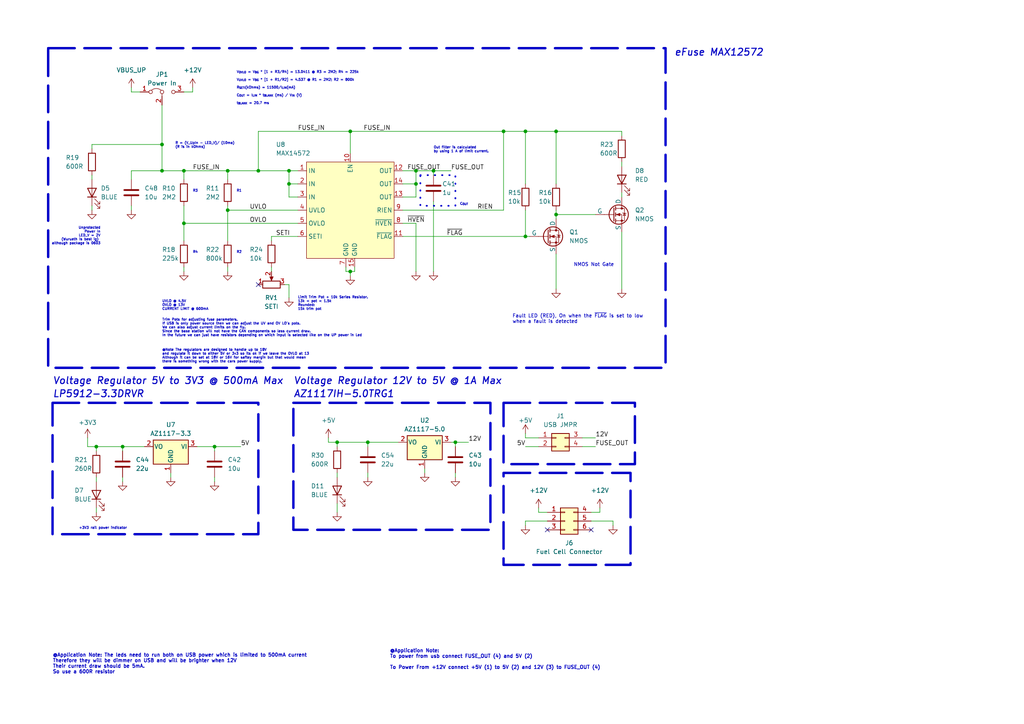
<source format=kicad_sch>
(kicad_sch (version 20230121) (generator eeschema)
  (paper "A4")
  (lib_symbols
    (symbol "Connector_Generic:Conn_02x02_Top_Bottom" (pin_names (offset 1.016) hide)
      (property "Reference" "J" (at 1.27 2.54 0))
      (property "Value" "Conn_02x02_Top_Bottom" (at 1.27 -5.08 0))
      (symbol "Conn_02x02_Top_Bottom_1_1"
        (rectangle (start -1.27 -2.413) (end 0 -2.667) (stroke (width 0.1524)))
        (rectangle (start -1.27 0.127) (end 0 -0.127) (stroke (width 0.1524)))
        (rectangle (start -1.27 1.27) (end 3.81 -3.81) (stroke (width 0.254)) (fill (type background)))
        (rectangle (start 3.81 -2.413) (end 2.54 -2.667) (stroke (width 0.1524)))
        (rectangle (start 3.81 0.127) (end 2.54 -0.127) (stroke (width 0.1524)))
        (pin passive line (at -5.08 0 0) (length 3.81) (name "Pin_1") (number "1"))
        (pin passive line (at -5.08 -2.54 0) (length 3.81) (name "Pin_2") (number "2"))
        (pin passive line (at 7.62 0 180) (length 3.81) (name "Pin_3") (number "3"))
        (pin passive line (at 7.62 -2.54 180) (length 3.81) (name "Pin_4") (number "4"))
      )
    )
    (symbol "Connector_Generic:Conn_02x03_Top_Bottom" (pin_names (offset 1.016) hide)
      (property "Reference" "J" (at 1.27 5.08 0))
      (property "Value" "Conn_02x03_Top_Bottom" (at 1.27 -5.08 0))
      (symbol "Conn_02x03_Top_Bottom_1_1"
        (rectangle (start -1.27 -2.413) (end 0 -2.667) (stroke (width 0.1524)))
        (rectangle (start -1.27 0.127) (end 0 -0.127) (stroke (width 0.1524)))
        (rectangle (start -1.27 2.667) (end 0 2.413) (stroke (width 0.1524)))
        (rectangle (start -1.27 3.81) (end 3.81 -3.81) (stroke (width 0.254)) (fill (type background)))
        (rectangle (start 3.81 -2.413) (end 2.54 -2.667) (stroke (width 0.1524)))
        (rectangle (start 3.81 0.127) (end 2.54 -0.127) (stroke (width 0.1524)))
        (rectangle (start 3.81 2.667) (end 2.54 2.413) (stroke (width 0.1524)))
        (pin passive line (at -5.08 2.54 0) (length 3.81) (name "Pin_1") (number "1"))
        (pin passive line (at -5.08 0 0) (length 3.81) (name "Pin_2") (number "2"))
        (pin passive line (at -5.08 -2.54 0) (length 3.81) (name "Pin_3") (number "3"))
        (pin passive line (at 7.62 2.54 180) (length 3.81) (name "Pin_4") (number "4"))
        (pin passive line (at 7.62 0 180) (length 3.81) (name "Pin_5") (number "5"))
        (pin passive line (at 7.62 -2.54 180) (length 3.81) (name "Pin_6") (number "6"))
      )
    )
    (symbol "Device:C" (pin_numbers hide) (pin_names (offset 0.254))
      (property "Reference" "C" (at 0.635 2.54 0))
      (property "Value" "C" (at 0.635 -2.54 0))
      (symbol "C_0_1"
        (polyline (pts (xy -2.032 -0.762) (xy 2.032 -0.762)) (stroke (width 0.508)))
        (polyline (pts (xy -2.032 0.762) (xy 2.032 0.762)) (stroke (width 0.508)))
      )
      (symbol "C_1_1"
        (pin passive line (at 0 3.81 270) (length 2.794) (name "~") (number "1"))
        (pin passive line (at 0 -3.81 90) (length 2.794) (name "~") (number "2"))
      )
    )
    (symbol "Device:LED" (pin_numbers hide) (pin_names (offset 1.016) hide)
      (property "Reference" "D" (at 0 2.54 0))
      (property "Value" "LED" (at 0 -2.54 0))
      (symbol "LED_0_1"
        (polyline (pts (xy -1.27 -1.27) (xy -1.27 1.27)) (stroke (width 0.254)))
        (polyline (pts (xy -1.27 0) (xy 1.27 0)))
        (polyline (pts (xy 1.27 -1.27) (xy 1.27 1.27) (xy -1.27 0) (xy 1.27 -1.27)) (stroke (width 0.254)))
        (polyline (pts (xy -3.048 -0.762) (xy -4.572 -2.286) (xy -3.81 -2.286) (xy -4.572 -2.286) (xy -4.572 -1.524)))
        (polyline (pts (xy -1.778 -0.762) (xy -3.302 -2.286) (xy -2.54 -2.286) (xy -3.302 -2.286) (xy -3.302 -1.524)))
      )
      (symbol "LED_1_1"
        (pin passive line (at -3.81 0 0) (length 2.54) (name "K") (number "1"))
        (pin passive line (at 3.81 0 180) (length 2.54) (name "A") (number "2"))
      )
    )
    (symbol "Device:R" (pin_numbers hide) (pin_names (offset 0))
      (property "Reference" "R" (at 2.032 0 90))
      (property "Value" "R" (at 0 0 90))
      (symbol "R_0_1"
        (rectangle (start -1.016 -2.54) (end 1.016 2.54) (stroke (width 0.254)))
      )
      (symbol "R_1_1"
        (pin passive line (at 0 3.81 270) (length 1.27) (name "~") (number "1"))
        (pin passive line (at 0 -3.81 90) (length 1.27) (name "~") (number "2"))
      )
    )
    (symbol "Device:R_Potentiometer" (pin_names (offset 1.016) hide)
      (property "Reference" "RV" (at -4.445 0 90))
      (property "Value" "R_Potentiometer" (at -2.54 0 90))
      (symbol "R_Potentiometer_0_1"
        (polyline (pts (xy 2.54 0) (xy 1.524 0)))
        (polyline (pts (xy 1.143 0) (xy 2.286 0.508) (xy 2.286 -0.508) (xy 1.143 0)) (fill (type outline)))
        (rectangle (start 1.016 2.54) (end -1.016 -2.54) (stroke (width 0.254)))
      )
      (symbol "R_Potentiometer_1_1"
        (pin passive line (at 0 3.81 270) (length 1.27) (name "1") (number "1"))
        (pin passive line (at 3.81 0 180) (length 1.27) (name "2") (number "2"))
        (pin passive line (at 0 -3.81 90) (length 1.27) (name "3") (number "3"))
      )
    )
    (symbol "Jumper:Jumper_3_Bridged12" (pin_names (offset 0) hide)
      (property "Reference" "JP" (at -2.54 -2.54 0))
      (property "Value" "Jumper_3_Bridged12" (at 0 2.794 0))
      (symbol "Jumper_3_Bridged12_0_0"
        (circle (center -3.302 0) (radius 0.508))
        (circle (center 0 0) (radius 0.508))
        (circle (center 3.302 0) (radius 0.508))
      )
      (symbol "Jumper_3_Bridged12_0_1"
        (arc (start -0.254 0.508) (mid -1.651 0.9912) (end -3.048 0.508))
        (polyline (pts (xy 0 -1.27) (xy 0 -0.508)))
      )
      (symbol "Jumper_3_Bridged12_1_1"
        (pin passive line (at -6.35 0 0) (length 2.54) (name "A") (number "1"))
        (pin passive line (at 0 -3.81 90) (length 2.54) (name "C") (number "2"))
        (pin passive line (at 6.35 0 180) (length 2.54) (name "B") (number "3"))
      )
    )
    (symbol "RF_Parts:+12V_UP" (power) (pin_names (offset 0))
      (property "Value" "+12V_UP" (at 0 3.556 0))
      (symbol "+12V_UP_0_1"
        (polyline (pts (xy -0.762 1.27) (xy 0 2.54)))
        (polyline (pts (xy 0 0) (xy 0 2.54)))
        (polyline (pts (xy 0 2.54) (xy 0.762 1.27)))
      )
      (symbol "+12V_UP_1_1"
        (pin power_in line (at 0 0 90) (length 0) hide (name "+12V") (number "1"))
      )
    )
    (symbol "RF_Parts:MAX14572"
      (property "Reference" "U8" (at -21.59 17.78 0))
      (property "Value" "MAX14572" (at -21.59 15.24 0))
      (symbol "MAX14572_0_0"
        (pin power_in line (at -15.24 10.16 0) (length 2.54) (name "IN") (number "1"))
        (pin input line (at 0 15.24 270) (length 2.54) (name "EN") (number "10"))
        (pin power_out line (at 15.24 10.16 180) (length 2.54) (name "OUT") (number "12"))
        (pin power_out line (at 15.24 2.54 180) (length 2.54) (name "OUT") (number "13"))
        (pin power_out line (at 15.24 6.35 180) (length 2.54) (name "OUT") (number "14"))
        (pin power_in line (at -15.24 6.35 0) (length 2.54) (name "IN") (number "2"))
        (pin power_in line (at -15.24 2.54 0) (length 2.54) (name "IN") (number "3"))
        (pin input line (at -15.24 -1.27 0) (length 2.54) (name "UVLO") (number "4"))
        (pin input line (at -15.24 -5.08 0) (length 2.54) (name "OVLO") (number "5"))
        (pin input line (at -15.24 -8.89 0) (length 2.54) (name "SETI") (number "6"))
        (pin passive line (at -1.27 -17.78 90) (length 2.54) (name "GND") (number "7"))
        (pin input line (at 15.24 -1.27 180) (length 2.54) (name "RIEN") (number "9"))
      )
      (symbol "MAX14572_1_0"
        (pin output line (at 15.24 -8.89 180) (length 2.54) (name "~{FLAG}") (number "11"))
        (pin output line (at 15.24 -5.08 180) (length 2.54) (name "~{HVEN}") (number "8"))
      )
      (symbol "MAX14572_1_1"
        (rectangle (start -12.7 12.7) (end 12.7 -15.24) (fill (type background)))
        (pin input line (at 1.27 -17.78 90) (length 2.54) (name "GND") (number "15"))
      )
    )
    (symbol "RF_Parts:VBUS_UP" (power) (pin_names (offset 0))
      (property "Value" "VBUS_UP" (at 0 3.556 0))
      (symbol "VBUS_UP_0_1"
        (polyline (pts (xy -0.762 1.27) (xy 0 2.54)))
        (polyline (pts (xy 0 0) (xy 0 2.54)))
        (polyline (pts (xy 0 2.54) (xy 0.762 1.27)))
      )
      (symbol "VBUS_UP_1_1"
        (pin power_in line (at 0 0 90) (length 0) hide (name "VBUS_UP") (number "1"))
      )
    )
    (symbol "Regulator_Linear:AZ1117-3.3" (pin_names (offset 0.254))
      (property "Reference" "U" (at -3.81 3.175 0))
      (property "Value" "AZ1117-3.3" (at 0 3.175 0))
      (symbol "AZ1117-3.3_0_1"
        (rectangle (start -5.08 1.905) (end 5.08 -5.08) (stroke (width 0.254)) (fill (type background)))
      )
      (symbol "AZ1117-3.3_1_1"
        (pin power_in line (at 0 -7.62 90) (length 2.54) (name "GND") (number "1"))
        (pin power_out line (at 7.62 0 180) (length 2.54) (name "VO") (number "2"))
        (pin power_in line (at -7.62 0 0) (length 2.54) (name "VI") (number "3"))
      )
    )
    (symbol "Regulator_Linear:AZ1117-5.0" (pin_names (offset 0.254))
      (property "Reference" "U" (at -3.81 3.175 0))
      (property "Value" "AZ1117-5.0" (at 0 3.175 0))
      (symbol "AZ1117-5.0_0_1"
        (rectangle (start -5.08 1.905) (end 5.08 -5.08) (stroke (width 0.254)) (fill (type background)))
      )
      (symbol "AZ1117-5.0_1_1"
        (pin power_in line (at 0 -7.62 90) (length 2.54) (name "GND") (number "1"))
        (pin power_out line (at 7.62 0 180) (length 2.54) (name "VO") (number "2"))
        (pin power_in line (at -7.62 0 0) (length 2.54) (name "VI") (number "3"))
      )
    )
    (symbol "Simulation_SPICE:NMOS" (pin_numbers hide) (pin_names (offset 0))
      (property "Reference" "Q" (at 5.08 1.27 0))
      (property "Value" "NMOS" (at 5.08 -1.27 0))
      (symbol "NMOS_0_1"
        (polyline (pts (xy 0.254 0) (xy -2.54 0)))
        (polyline (pts (xy 0.254 1.905) (xy 0.254 -1.905)) (stroke (width 0.254)))
        (polyline (pts (xy 0.762 -1.27) (xy 0.762 -2.286)) (stroke (width 0.254)))
        (polyline (pts (xy 0.762 0.508) (xy 0.762 -0.508)) (stroke (width 0.254)))
        (polyline (pts (xy 0.762 2.286) (xy 0.762 1.27)) (stroke (width 0.254)))
        (polyline (pts (xy 2.54 2.54) (xy 2.54 1.778)))
        (polyline (pts (xy 2.54 -2.54) (xy 2.54 0) (xy 0.762 0)))
        (polyline (pts (xy 0.762 -1.778) (xy 3.302 -1.778) (xy 3.302 1.778) (xy 0.762 1.778)))
        (polyline (pts (xy 1.016 0) (xy 2.032 0.381) (xy 2.032 -0.381) (xy 1.016 0)) (fill (type outline)))
        (polyline (pts (xy 2.794 0.508) (xy 2.921 0.381) (xy 3.683 0.381) (xy 3.81 0.254)))
        (polyline (pts (xy 3.302 0.381) (xy 2.921 -0.254) (xy 3.683 -0.254) (xy 3.302 0.381)))
        (circle (center 1.651 0) (radius 2.794) (stroke (width 0.254)))
        (circle (center 2.54 -1.778) (radius 0.254) (fill (type outline)))
        (circle (center 2.54 1.778) (radius 0.254) (fill (type outline)))
      )
      (symbol "NMOS_1_1"
        (pin passive line (at 2.54 5.08 270) (length 2.54) (name "D") (number "1"))
        (pin input line (at -5.08 0 0) (length 2.54) (name "G") (number "2"))
        (pin passive line (at 2.54 -5.08 90) (length 2.54) (name "S") (number "3"))
      )
    )
    (symbol "power:+3V3" (power) (pin_names (offset 0))
      (property "Value" "+3V3" (at 0 3.556 0))
      (symbol "+3V3_0_1"
        (polyline (pts (xy -0.762 1.27) (xy 0 2.54)))
        (polyline (pts (xy 0 0) (xy 0 2.54)))
        (polyline (pts (xy 0 2.54) (xy 0.762 1.27)))
      )
      (symbol "+3V3_1_1"
        (pin power_in line (at 0 0 90) (length 0) hide (name "+3V3") (number "1"))
      )
    )
    (symbol "power:+5V" (power) (pin_names (offset 0))
      (property "Value" "+5V" (at 0 3.556 0))
      (symbol "+5V_0_1"
        (polyline (pts (xy -0.762 1.27) (xy 0 2.54)))
        (polyline (pts (xy 0 0) (xy 0 2.54)))
        (polyline (pts (xy 0 2.54) (xy 0.762 1.27)))
      )
      (symbol "+5V_1_1"
        (pin power_in line (at 0 0 90) (length 0) hide (name "+5V") (number "1"))
      )
    )
    (symbol "power:GND" (power) (pin_names (offset 0))
      (property "Value" "GND" (at 0 -3.81 0))
      (symbol "GND_0_1"
        (polyline (pts (xy 0 0) (xy 0 -1.27) (xy 1.27 -1.27) (xy 0 -2.54) (xy -1.27 -1.27) (xy 0 -1.27)))
      )
      (symbol "GND_1_1"
        (pin power_in line (at 0 0 270) (length 0) hide (name "GND") (number "1"))
      )
    )
  )
  (junction (at 161.29 38.1))
  (junction (at 161.29 62.23))
  (junction (at 66.04 49.53))
  (junction (at 106.68 128.27))
  (junction (at 97.79 128.27))
  (junction (at 152.4 38.1))
  (junction (at 132.08 128.27))
  (junction (at 46.99 41.91))
  (junction (at 146.05 38.1))
  (junction (at 83.82 49.53))
  (junction (at 46.99 49.53))
  (junction (at 120.65 53.34))
  (junction (at 101.6 38.1))
  (junction (at 53.34 49.53))
  (junction (at 125.73 49.53))
  (junction (at 120.65 49.53))
  (junction (at 74.93 49.53))
  (junction (at 101.6 78.74))
  (junction (at 66.04 60.96))
  (junction (at 83.82 53.34))
  (junction (at 53.34 64.77))
  (junction (at 62.23 129.54))
  (junction (at 35.56 129.54))
  (junction (at 152.4 68.58))
  (junction (at 27.94 129.54))
  (no_connect (at 74.93 82.55))
  (no_connect (at 158.75 153.67))
  (no_connect (at 171.45 153.67))
  (wire (pts (xy 180.34 38.1) (xy 180.34 39.37)))
  (wire (pts (xy 116.84 68.58) (xy 152.4 68.58)))
  (wire (pts (xy 120.65 49.53) (xy 120.65 53.34)))
  (wire (pts (xy 82.55 82.55) (xy 83.82 82.55)))
  (wire (pts (xy 132.08 128.27) (xy 132.08 129.54)))
  (wire (pts (xy 83.82 57.15) (xy 83.82 53.34)))
  (wire (pts (xy 86.36 49.53) (xy 83.82 49.53)))
  (wire (pts (xy 66.04 49.53) (xy 74.93 49.53)))
  (wire (pts (xy 26.67 41.91) (xy 26.67 43.18)))
  (wire (pts (xy 53.34 52.07) (xy 53.34 49.53)))
  (wire (pts (xy 116.84 64.77) (xy 120.65 64.77)))
  (wire (pts (xy 158.75 151.13) (xy 152.4 151.13)))
  (wire (pts (xy 38.1 52.07) (xy 38.1 49.53)))
  (wire (pts (xy 146.05 38.1) (xy 146.05 60.96)))
  (wire (pts (xy 27.94 147.32) (xy 27.94 148.59)))
  (wire (pts (xy 156.21 147.32) (xy 156.21 148.59)))
  (wire (pts (xy 120.65 49.53) (xy 116.84 49.53)))
  (wire (pts (xy 27.94 129.54) (xy 35.56 129.54)))
  (wire (pts (xy 86.36 53.34) (xy 83.82 53.34)))
  (wire (pts (xy 83.82 53.34) (xy 83.82 49.53)))
  (wire (pts (xy 161.29 62.23) (xy 172.72 62.23)))
  (wire (pts (xy 180.34 67.31) (xy 180.34 83.82)))
  (wire (pts (xy 156.21 148.59) (xy 158.75 148.59)))
  (wire (pts (xy 120.65 49.53) (xy 125.73 49.53)))
  (wire (pts (xy 180.34 48.26) (xy 180.34 46.99)))
  (wire (pts (xy 53.34 64.77) (xy 53.34 59.69)))
  (wire (pts (xy 46.99 49.53) (xy 53.34 49.53)))
  (wire (pts (xy 152.4 151.13) (xy 152.4 152.4)))
  (wire (pts (xy 180.34 55.88) (xy 180.34 57.15)))
  (wire (pts (xy 152.4 129.54) (xy 156.21 129.54)))
  (wire (pts (xy 25.4 129.54) (xy 25.4 127)))
  (wire (pts (xy 130.81 128.27) (xy 132.08 128.27)))
  (wire (pts (xy 153.67 68.58) (xy 152.4 68.58)))
  (wire (pts (xy 120.65 57.15) (xy 120.65 53.34)))
  (wire (pts (xy 101.6 78.74) (xy 101.6 80.01)))
  (wire (pts (xy 97.79 128.27) (xy 97.79 129.54)))
  (wire (pts (xy 173.99 148.59) (xy 171.45 148.59)))
  (wire (pts (xy 38.1 59.69) (xy 38.1 60.96)))
  (wire (pts (xy 152.4 38.1) (xy 152.4 53.34)))
  (wire (pts (xy 101.6 38.1) (xy 146.05 38.1)))
  (wire (pts (xy 57.15 129.54) (xy 62.23 129.54)))
  (wire (pts (xy 53.34 77.47) (xy 53.34 78.74)))
  (wire (pts (xy 106.68 137.16) (xy 106.68 138.43)))
  (wire (pts (xy 53.34 64.77) (xy 53.34 69.85)))
  (wire (pts (xy 27.94 139.7) (xy 27.94 138.43)))
  (wire (pts (xy 120.65 64.77) (xy 120.65 78.74)))
  (wire (pts (xy 26.67 41.91) (xy 46.99 41.91)))
  (wire (pts (xy 62.23 138.43) (xy 62.23 139.7)))
  (wire (pts (xy 132.08 137.16) (xy 132.08 138.43)))
  (wire (pts (xy 46.99 41.91) (xy 46.99 49.53)))
  (wire (pts (xy 46.99 30.48) (xy 46.99 41.91)))
  (wire (pts (xy 25.4 129.54) (xy 27.94 129.54)))
  (wire (pts (xy 177.8 151.13) (xy 177.8 152.4)))
  (wire (pts (xy 95.25 128.27) (xy 97.79 128.27)))
  (wire (pts (xy 78.74 68.58) (xy 78.74 69.85)))
  (wire (pts (xy 161.29 38.1) (xy 152.4 38.1)))
  (wire (pts (xy 49.53 138.43) (xy 49.53 137.16)))
  (wire (pts (xy 55.88 26.67) (xy 53.34 26.67)))
  (wire (pts (xy 102.87 78.74) (xy 102.87 77.47)))
  (wire (pts (xy 66.04 60.96) (xy 66.04 59.69)))
  (wire (pts (xy 172.72 129.54) (xy 168.91 129.54)))
  (wire (pts (xy 53.34 49.53) (xy 66.04 49.53)))
  (wire (pts (xy 173.99 147.32) (xy 173.99 148.59)))
  (wire (pts (xy 116.84 60.96) (xy 146.05 60.96)))
  (wire (pts (xy 125.73 49.53) (xy 130.81 49.53)))
  (wire (pts (xy 161.29 62.23) (xy 161.29 63.5)))
  (wire (pts (xy 62.23 129.54) (xy 69.85 129.54)))
  (wire (pts (xy 86.36 60.96) (xy 66.04 60.96)))
  (wire (pts (xy 83.82 82.55) (xy 83.82 86.36)))
  (wire (pts (xy 152.4 127) (xy 156.21 127)))
  (wire (pts (xy 35.56 129.54) (xy 41.91 129.54)))
  (wire (pts (xy 97.79 138.43) (xy 97.79 137.16)))
  (wire (pts (xy 35.56 138.43) (xy 35.56 139.7)))
  (wire (pts (xy 100.33 78.74) (xy 100.33 77.47)))
  (wire (pts (xy 152.4 125.73) (xy 152.4 127)))
  (wire (pts (xy 66.04 77.47) (xy 66.04 78.74)))
  (wire (pts (xy 78.74 77.47) (xy 78.74 78.74)))
  (wire (pts (xy 123.19 135.89) (xy 123.19 137.16)))
  (wire (pts (xy 125.73 58.42) (xy 125.73 78.74)))
  (wire (pts (xy 97.79 146.05) (xy 97.79 148.59)))
  (wire (pts (xy 161.29 73.66) (xy 161.29 83.82)))
  (wire (pts (xy 66.04 52.07) (xy 66.04 49.53)))
  (wire (pts (xy 27.94 130.81) (xy 27.94 129.54)))
  (wire (pts (xy 171.45 151.13) (xy 177.8 151.13)))
  (wire (pts (xy 55.88 25.4) (xy 55.88 26.67)))
  (wire (pts (xy 101.6 78.74) (xy 102.87 78.74)))
  (wire (pts (xy 106.68 128.27) (xy 115.57 128.27)))
  (wire (pts (xy 38.1 26.67) (xy 40.64 26.67)))
  (wire (pts (xy 172.72 127) (xy 168.91 127)))
  (wire (pts (xy 26.67 50.8) (xy 26.67 52.07)))
  (wire (pts (xy 78.74 68.58) (xy 86.36 68.58)))
  (wire (pts (xy 86.36 57.15) (xy 83.82 57.15)))
  (wire (pts (xy 74.93 38.1) (xy 101.6 38.1)))
  (wire (pts (xy 95.25 128.27) (xy 95.25 127)))
  (wire (pts (xy 97.79 128.27) (xy 106.68 128.27)))
  (wire (pts (xy 66.04 60.96) (xy 66.04 69.85)))
  (wire (pts (xy 152.4 68.58) (xy 152.4 60.96)))
  (wire (pts (xy 116.84 53.34) (xy 120.65 53.34)))
  (wire (pts (xy 62.23 129.54) (xy 62.23 130.81)))
  (wire (pts (xy 106.68 128.27) (xy 106.68 129.54)))
  (wire (pts (xy 132.08 128.27) (xy 135.89 128.27)))
  (wire (pts (xy 146.05 38.1) (xy 152.4 38.1)))
  (wire (pts (xy 35.56 129.54) (xy 35.56 130.81)))
  (wire (pts (xy 100.33 78.74) (xy 101.6 78.74)))
  (wire (pts (xy 101.6 38.1) (xy 101.6 44.45)))
  (wire (pts (xy 161.29 60.96) (xy 161.29 62.23)))
  (wire (pts (xy 74.93 49.53) (xy 83.82 49.53)))
  (wire (pts (xy 74.93 38.1) (xy 74.93 49.53)))
  (wire (pts (xy 38.1 49.53) (xy 46.99 49.53)))
  (wire (pts (xy 38.1 25.4) (xy 38.1 26.67)))
  (wire (pts (xy 161.29 38.1) (xy 161.29 53.34)))
  (wire (pts (xy 26.67 59.69) (xy 26.67 60.96)))
  (wire (pts (xy 180.34 38.1) (xy 161.29 38.1)))
  (wire (pts (xy 125.73 49.53) (xy 125.73 50.8)))
  (wire (pts (xy 53.34 64.77) (xy 86.36 64.77)))
  (wire (pts (xy 116.84 57.15) (xy 120.65 57.15)))
  (rectangle (start 146.05 116.84) (end 184.15 134.62) (stroke (width 0.7) (type dash)))
  (rectangle (start 146.05 137.16) (end 182.88 163.83) (stroke (width 0.7) (type dash)))
  (rectangle (start 85.09 116.84) (end 142.24 153.67) (stroke (width 0.7) (type dash)))
  (rectangle (start 15.24 116.84) (end 74.93 154.94) (stroke (width 0.7) (type dash)))
  (rectangle (start 121.92 50.8) (end 132.08 59.69) (stroke (width 0.5) (type dot)))
  (rectangle (start 13.97 13.97) (end 193.04 106.68) (stroke (width 0.7) (type dash)))
  (text "Voltage Regulator 5V to 3V3 @ 500mA Max" (at 15.24 111.76 0) (effects (font (size 2 2) (thickness 0.3) bold italic) (justify left bottom)))
  (text "Unprotected\nPower In\nLED_V = 2V\n(Wurueth is best ig) \nalthough package is 0603" (at 29.21 71.12 0) (effects (font (size 0.7 0.7)) (justify right bottom)))
  (text "R3" (at 55.88 55.88 0) (effects (font (size 0.7 0.7)) (justify left bottom)))
  (text "LP5912-3.3DRVR" (at 15.24 115.57 0) (effects (font (size 2 2) (thickness 0.3) bold italic) (justify left bottom)))
  (text "NMOS Not Gate" (at 166.37 77.47 0) (effects (font (size 1 1)) (justify left bottom)))
  (text "R2" (at 68.58 73.66 0) (effects (font (size 0.7 0.7)) (justify left bottom)))
  (text "UVLO @ 4.5V\nOVLO @ 13V\nCURRENT LIMIT @ 600mA\n" (at 46.99 90.17 0) (effects (font (size 0.7 0.7)) (justify left bottom)))
  (text "R4" (at 55.88 73.66 0) (effects (font (size 0.7 0.7)) (justify left bottom)))
  (text "@Application Note: \nTo power from usb connect FUSE_OUT (4) and 5V (2)\n\nTo Power From +12V connect +5V (1) to 5V (2) and 12V (3) to FUSE_OUT (4)" (at 113.03 194.31 0) (effects (font (size 1 1) (thickness 0.2) bold) (justify left bottom)))
  (text "V_{OVLO} = V_{BG} * [1 + R3/R4] = 13.0411 @ R3 = 2M2; R4 = 225k\n\nV_{UVLO} = V_{BG} * [1 + R1/R2] = 4.537 @ R1 = 2M2; R2 = 800k\n\nR_{SETI}(kOhms) = 11500/I_{LIM}(mA)\n\nC_{OUT} = I_{LIM} * t_{BLANK} (ms) / V_{IN} (V)\n\nt_{BLANK} = 20.7 ms\n" (at 68.58 30.48 0) (effects (font (size 0.7 0.7)) (justify left bottom)))
  (text "@Note The regulators are designed to handle up to 18V \nand regulate it down to either 5V or 3v3 so its ok if we leave the OVLO at 13\nAlthough it can be set at 18V or 16V for saftey margin but that would mean \nthere is something wrong with the cars power supply." (at 46.99 105.41 0) (effects (font (size 0.7 0.7)) (justify left bottom)))
  (text "Fault LED (RED), On when the ~{FLAG} is set to low \nwhen a fault is detected\n" (at 148.59 93.98 0) (effects (font (size 1 1)) (justify left bottom)))
  (text "AZ1117IH-5.0TRG1" (at 85.09 115.57 0) (effects (font (size 2 2) (thickness 0.3) bold italic) (justify left bottom)))
  (text "Trim Pots for adjusting fuse parameters.\nIf USB is only power source then we can adjust the UV and OV LO's pots.\nWe can also adjust current limits on the fly.\nSince the base station will not have the CAN components so less current draw.\nIn the future we can just have resistors depending on which input is selected like on the UP power in Led\n" (at 46.99 97.79 0) (effects (font (size 0.7 0.7)) (justify left bottom)))
  (text "C_{OUT}" (at 133.35 59.69 0) (effects (font (size 0.7 0.7)) (justify left bottom)))
  (text "R1" (at 68.58 55.88 0) (effects (font (size 0.7 0.7)) (justify left bottom)))
  (text "Voltage Regulator 12V to 5V @ 1A Max" (at 85.09 111.76 0) (effects (font (size 2 2) (thickness 0.3) bold italic) (justify left bottom)))
  (text "@Application Note: The leds need to run both on USB power which is limited to 500mA current\nTherefore they will be dimmer on USB and will be brighter when 12V\nTheir current draw should be 5mA.\nSo use a 600R resistor\n" (at 15.24 195.58 0) (effects (font (size 1 1) (thickness 0.2) bold) (justify left bottom)))
  (text "+3V3 rail power indicator" (at 22.86 153.67 0) (effects (font (size 0.7 0.7)) (justify left bottom)))
  (text "eFuse MAX12572\n" (at 195.58 16.51 0) (effects (font (size 2 2) (thickness 0.3) bold italic) (justify left bottom)))
  (text "Out filter is calculated\nby using 1 A of limit current." (at 125.73 44.45 0) (effects (font (size 0.7 0.7)) (justify left bottom)))
  (text "Limit Trim Pot + 10k Series Resistor.\n13k < pot < 1.5k\nRounded:\n15k trim pot" (at 86.36 90.17 0) (effects (font (size 0.7 0.7)) (justify left bottom)))
  (text "R = (V_UpIn - LED_V)/ (10ma)\n(R is in kOhms)" (at 50.8 43.18 0) (effects (font (size 0.7 0.7)) (justify left bottom)))
  (label "FUSE_IN" (at 55.88 49.53 0))
  (label "5V" (at 69.85 129.54 0))
  (label "12V" (at 135.89 128.27 0))
  (label "UVLO" (at 72.39 60.96 0))
  (label "FUSE_IN" (at 86.36 38.1 0))
  (label "~{FLAG}" (at 129.54 68.58 0))
  (label "~{HVEN}" (at 118.11 64.77 0))
  (label "SETI" (at 80.01 68.58 0))
  (label "OVLO" (at 72.39 64.77 0))
  (label "FUSE_IN" (at 105.41 38.1 0))
  (label "12V" (at 172.72 127 0))
  (label "FUSE_OUT" (at 130.81 49.53 0))
  (label "FUSE_OUT" (at 118.11 49.53 0))
  (label "5V" (at 152.4 129.54 180))
  (label "FUSE_OUT" (at 172.72 129.54 0))
  (label "RIEN" (at 138.43 60.96 0))
  (symbol (lib_id "power:GND") (at 125.73 78.74 0) (unit 1)
    (property "Reference" "#PWR073" (effects hide))
    (property "Value" "GND" (effects hide))
  )
  (symbol (lib_id "power:GND") (at 123.19 137.16 0) (unit 1)
    (property "Reference" "#PWR018" (effects hide))
    (property "Value" "GND" (effects hide))
  )
  (symbol (lib_id "Device:R") (at 66.04 55.88 0) (unit 1)
    (property "Reference" "R11" (at 59.69 54.61 0) (effects (justify left)))
    (property "Value" "2M2" (at 59.69 57.15 0) (effects (justify left)))
    (property "Footprint" "Resistor_SMD:R_0603_1608Metric" (effects hide))
  )
  (symbol (lib_id "Device:R") (at 180.34 43.18 0) (unit 1)
    (property "Reference" "R23" (at 173.99 41.91 0) (effects (justify left)))
    (property "Value" "600R" (at 173.99 44.45 0) (effects (justify left)))
    (property "Footprint" "Resistor_SMD:R_0603_1608Metric" (effects hide))
  )
  (symbol (lib_id "power:GND") (at 38.1 60.96 0) (unit 1)
    (property "Reference" "#PWR082" (effects hide))
    (property "Value" "GND" (effects hide))
  )
  (symbol (lib_id "Device:R") (at 66.04 73.66 0) (unit 1)
    (property "Reference" "R22" (at 59.69 72.39 0) (effects (justify left)))
    (property "Value" "800k" (at 59.69 74.93 0) (effects (justify left)))
    (property "Footprint" "Resistor_SMD:R_0603_1608Metric" (effects hide))
  )
  (symbol (lib_id "power:GND") (at 97.79 148.59 0) (unit 1)
    (property "Reference" "#PWR094" (effects hide))
    (property "Value" "GND" (effects hide))
  )
  (symbol (lib_id "Device:R") (at 27.94 134.62 0) (unit 1)
    (property "Reference" "R21" (at 21.59 133.35 0) (effects (justify left)))
    (property "Value" "260R" (at 21.59 135.89 0) (effects (justify left)))
    (property "Footprint" "Resistor_SMD:R_0603_1608Metric" (effects hide))
  )
  (symbol (lib_id "RF_Parts:+12V_UP") (at 156.21 147.32 0) (unit 1)
    (property "Reference" "#PWR019" (effects hide))
    (property "Value" "+12V_UP" (at 156.21 142.24 0))
  )
  (symbol (lib_id "Device:LED") (at 180.34 52.07 90) (unit 1)
    (property "Reference" "D8" (at 184.15 49.53 90) (effects (justify right)))
    (property "Value" "RED" (at 184.15 52.07 90) (effects (justify right)))
    (property "Footprint" "LED_SMD:LED_0603_1608Metric" (effects hide))
  )
  (symbol (lib_id "power:GND") (at 53.34 78.74 0) (unit 1)
    (property "Reference" "#PWR071" (effects hide))
    (property "Value" "GND" (effects hide))
  )
  (symbol (lib_id "Device:R") (at 53.34 55.88 0) (unit 1)
    (property "Reference" "R10" (at 46.99 54.61 0) (effects (justify left)))
    (property "Value" "2M2" (at 46.99 57.15 0) (effects (justify left)))
    (property "Footprint" "Resistor_SMD:R_0603_1608Metric" (effects hide))
  )
  (symbol (lib_id "Device:R_Potentiometer") (at 78.74 82.55 90) (unit 1)
    (property "Reference" "RV1" (at 78.74 86.36 90))
    (property "Value" "SETI" (at 78.74 88.9 90))
    (property "Footprint" "footprints:Potentiometer_Bourns_3386P_Vertical" (effects hide))
    (property "DK #" "3386P-253LF-ND" (effects hide))
  )
  (symbol (lib_id "power:+5V") (at 152.4 125.73 0) (unit 1)
    (property "Reference" "#PWR034" (effects hide))
    (property "Value" "+5V" (at 152.4 121.92 0))
  )
  (symbol (lib_id "Device:R") (at 78.74 73.66 0) (unit 1)
    (property "Reference" "R24" (at 72.39 72.39 0) (effects (justify left)))
    (property "Value" "10k" (at 72.39 74.93 0) (effects (justify left)))
    (property "Footprint" "Resistor_SMD:R_0603_1608Metric" (effects hide))
  )
  (symbol (lib_id "Device:R") (at 53.34 73.66 0) (unit 1)
    (property "Reference" "R18" (at 46.99 72.39 0) (effects (justify left)))
    (property "Value" "225k" (at 46.99 74.93 0) (effects (justify left)))
    (property "Footprint" "Resistor_SMD:R_0603_1608Metric" (effects hide))
  )
  (symbol (lib_id "power:GND") (at 106.68 138.43 0) (unit 1)
    (property "Reference" "#PWR095" (effects hide))
    (property "Value" "GND" (effects hide))
  )
  (symbol (lib_id "Connector_Generic:Conn_02x03_Top_Bottom") (at 163.83 151.13 0) (unit 1)
    (property "Reference" "J6" (at 165.1 157.48 0))
    (property "Value" "Fuel Cell Connector" (at 165.1 160.02 0))
    (property "Footprint" "footprints:Molex_Micro-Fit_3.0_43045-0621_2x03-1MP_P3.00mm_Horizontal" (effects hide))
  )
  (symbol (lib_id "Regulator_Linear:AZ1117-3.3") (at 49.53 129.54 0) (mirror y) (unit 1)
    (property "Reference" "U7" (at 49.53 123.19 0))
    (property "Value" "AZ1117-3.3" (at 49.53 125.73 0))
    (property "Footprint" "Package_TO_SOT_SMD:SOT-223-3_TabPin2" (effects hide))
    (property "Datasheet" "https://www.diodes.com/assets/Datasheets/AZ1117.pdf" (effects hide))
  )
  (symbol (lib_id "power:+5V") (at 95.25 127 0) (unit 1)
    (property "Reference" "#PWR092" (effects hide))
    (property "Value" "+5V" (at 95.25 121.92 0))
  )
  (symbol (lib_id "Simulation_SPICE:NMOS") (at 158.75 68.58 0) (unit 1)
    (property "Reference" "Q1" (at 165.1 67.31 0) (effects (justify left)))
    (property "Value" "NMOS" (at 165.1 69.85 0) (effects (justify left)))
    (property "Footprint" "Package_TO_SOT_SMD:SOT-523" (effects hide))
    (property "Datasheet" "https://ngspice.sourceforge.io/docs/ngspice-manual.pdf" (effects hide))
    (property "Sim.Device" "NMOS" (effects hide))
    (property "Sim.Type" "VDMOS" (effects hide))
    (property "Sim.Pins" "1=D 2=G 3=S" (effects hide))
    (property "DK part" "https://www.digikey.ca/en/products/detail/diodes-incorporated/DMN313DLT-7/4770659" (effects hide))
    (property "DK #" "DMN313DLT-7" (effects hide))
  )
  (symbol (lib_id "RF_Parts:MAX14572") (at 101.6 59.69 0) (unit 1)
    (property "Reference" "U8" (at 80.01 41.91 0) (effects (justify left)))
    (property "Value" "MAX14572" (at 80.01 44.45 0) (effects (justify left)))
    (property "Footprint" "Package_SO:TSSOP-14-1EP_4.4x5mm_P0.65mm" (effects hide))
    (property "Datasheet" "https://www.analog.com/media/en/technical-documentation/data-sheets/MAX14571-MAX14573.pdf" (effects hide))
    (property "JLC #" "C1519290" (effects hide))
  )
  (symbol (lib_id "Device:C") (at 62.23 134.62 0) (unit 1)
    (property "Reference" "C42" (at 66.04 133.35 0) (effects (justify left)))
    (property "Value" "10u" (at 66.04 135.89 0) (effects (justify left)))
    (property "Footprint" "Capacitor_SMD:C_0603_1608Metric" (effects hide))
  )
  (symbol (lib_id "Device:C") (at 125.73 54.61 0) (unit 1)
    (property "Reference" "C41" (at 128.27 53.34 0) (effects (justify left)))
    (property "Value" "1u" (at 128.27 55.88 0) (effects (justify left)))
    (property "Footprint" "Capacitor_SMD:C_0603_1608Metric" (effects hide))
  )
  (symbol (lib_id "Simulation_SPICE:NMOS") (at 177.8 62.23 0) (unit 1)
    (property "Reference" "Q2" (at 184.15 60.96 0) (effects (justify left)))
    (property "Value" "NMOS" (at 184.15 63.5 0) (effects (justify left)))
    (property "Footprint" "Package_TO_SOT_SMD:SOT-523" (effects hide))
    (property "Datasheet" "https://ngspice.sourceforge.io/docs/ngspice-manual.pdf" (effects hide))
    (property "Sim.Device" "NMOS" (effects hide))
    (property "Sim.Type" "VDMOS" (effects hide))
    (property "Sim.Pins" "1=D 2=G 3=S" (effects hide))
    (property "Digi #" "DMN313DLT-7" (effects hide))
    (property "Dk" "https://www.digikey.ca/en/products/detail/diodes-incorporated/DMN313DLT-7/4770659" (effects hide))
  )
  (symbol (lib_id "Device:C") (at 35.56 134.62 0) (unit 1)
    (property "Reference" "C44" (at 39.37 133.35 0) (effects (justify left)))
    (property "Value" "22u" (at 39.37 135.89 0) (effects (justify left)))
    (property "Footprint" "Capacitor_SMD:C_0603_1608Metric" (effects hide))
  )
  (symbol (lib_id "power:GND") (at 62.23 139.7 0) (unit 1)
    (property "Reference" "#PWR015" (effects hide))
    (property "Value" "GND" (effects hide))
  )
  (symbol (lib_id "power:GND") (at 120.65 78.74 0) (unit 1)
    (property "Reference" "#PWR076" (effects hide))
    (property "Value" "GND" (effects hide))
  )
  (symbol (lib_id "Connector_Generic:Conn_02x02_Top_Bottom") (at 161.29 127 0) (unit 1)
    (property "Reference" "J1" (at 162.56 120.65 0))
    (property "Value" "USB JMPR" (at 162.56 123.19 0))
    (property "Footprint" "Connector_PinHeader_2.54mm:PinHeader_2x02_P2.54mm_Vertical" (effects hide))
  )
  (symbol (lib_id "Device:R") (at 152.4 57.15 0) (unit 1)
    (property "Reference" "R15" (at 147.32 55.88 0) (effects (justify left)))
    (property "Value" "10k" (at 147.32 58.42 0) (effects (justify left)))
    (property "Footprint" "Resistor_SMD:R_0402_1005Metric" (effects hide))
  )
  (symbol (lib_id "power:GND") (at 180.34 83.82 0) (unit 1)
    (property "Reference" "#PWR083" (effects hide))
    (property "Value" "GND" (effects hide))
  )
  (symbol (lib_id "Jumper:Jumper_3_Bridged12") (at 46.99 26.67 0) (unit 1)
    (property "Reference" "JP1" (at 46.99 21.59 0))
    (property "Value" "Power In" (at 46.99 24.13 0))
    (property "Footprint" "Connector_PinHeader_2.54mm:PinHeader_1x03_P2.54mm_Vertical" (effects hide))
    (instances (project "CAN-USB RF Module" (path "" (reference "JP1") (unit 1)) (path "" (reference "JP2") (unit 1))))
  )
  (symbol (lib_id "RF_Parts:+12V_UP") (at 173.99 147.32 0) (unit 1)
    (property "Reference" "#PWR031" (effects hide))
    (property "Value" "+12V_UP" (at 173.99 142.24 0))
  )
  (symbol (lib_id "power:+3V3") (at 25.4 127 0) (unit 1)
    (property "Reference" "#PWR075" (effects hide))
    (property "Value" "+3V3" (at 25.4 122.555 0))
  )
  (symbol (lib_id "Device:C") (at 38.1 55.88 0) (unit 1)
    (property "Reference" "C48" (at 41.91 54.61 0) (effects (justify left)))
    (property "Value" "10u" (at 41.91 57.15 0) (effects (justify left)))
    (property "Footprint" "Capacitor_SMD:C_0603_1608Metric" (effects hide))
  )
  (symbol (lib_id "power:GND") (at 49.53 138.43 0) (unit 1)
    (property "Reference" "#PWR023" (effects hide))
    (property "Value" "GND" (effects hide))
  )
  (symbol (lib_id "power:GND") (at 101.6 80.01 0) (unit 1)
    (property "Reference" "#PWR068" (effects hide))
    (property "Value" "GND" (effects hide))
  )
  (symbol (lib_id "power:GND") (at 177.8 152.4 0) (unit 1)
    (property "Reference" "#PWR088" (effects hide))
    (property "Value" "GND" (effects hide))
  )
  (symbol (lib_id "Regulator_Linear:AZ1117-5.0") (at 123.19 128.27 0) (mirror y) (unit 1)
    (property "Reference" "U2" (at 123.19 121.92 0))
    (property "Value" "AZ1117-5.0" (at 123.19 124.46 0))
    (property "Footprint" "Package_TO_SOT_SMD:SOT-223-3_TabPin2" (effects hide))
    (property "Datasheet" "https://www.diodes.com/assets/Datasheets/AZ1117.pdf" (effects hide))
  )
  (symbol (lib_id "power:GND") (at 66.04 78.74 0) (unit 1)
    (property "Reference" "#PWR078" (effects hide))
    (property "Value" "GND" (effects hide))
  )
  (symbol (lib_id "RF_Parts:+12V_UP") (at 55.88 25.4 0) (unit 1)
    (property "Reference" "#PWR069" (effects hide))
    (property "Value" "+12V_UP" (at 55.88 20.32 0))
  )
  (symbol (lib_id "Device:R") (at 26.67 46.99 0) (unit 1)
    (property "Reference" "R19" (at 19.05 45.72 0) (effects (justify left)))
    (property "Value" "600R" (at 19.05 48.26 0) (effects (justify left)))
    (property "Footprint" "Resistor_SMD:R_0603_1608Metric" (effects hide))
  )
  (symbol (lib_id "power:GND") (at 152.4 152.4 0) (unit 1)
    (property "Reference" "#PWR072" (effects hide))
    (property "Value" "GND" (effects hide))
  )
  (symbol (lib_id "Device:LED") (at 27.94 143.51 90) (unit 1)
    (property "Reference" "D7" (at 21.59 142.24 90) (effects (justify right)))
    (property "Value" "BLUE" (at 21.59 144.78 90) (effects (justify right)))
    (property "Footprint" "LED_SMD:LED_0603_1608Metric" (effects hide))
  )
  (symbol (lib_id "power:GND") (at 27.94 148.59 0) (unit 1)
    (property "Reference" "#PWR081" (effects hide))
    (property "Value" "GND" (effects hide))
  )
  (symbol (lib_id "power:GND") (at 26.67 60.96 0) (unit 1)
    (property "Reference" "#PWR022" (effects hide))
    (property "Value" "GND" (effects hide))
  )
  (symbol (lib_id "Device:R") (at 97.79 133.35 0) (unit 1)
    (property "Reference" "R30" (at 90.17 132.08 0) (effects (justify left)))
    (property "Value" "600R" (at 90.17 134.62 0) (effects (justify left)))
    (property "Footprint" "Resistor_SMD:R_0603_1608Metric" (effects hide))
  )
  (symbol (lib_id "Device:R") (at 161.29 57.15 0) (unit 1)
    (property "Reference" "R16" (at 156.21 55.88 0) (effects (justify left)))
    (property "Value" "10k" (at 156.21 58.42 0) (effects (justify left)))
    (property "Footprint" "Resistor_SMD:R_0402_1005Metric" (effects hide))
  )
  (symbol (lib_id "Device:LED") (at 26.67 55.88 90) (unit 1)
    (property "Reference" "D5" (at 29.21 54.61 90) (effects (justify right)))
    (property "Value" "BLUE" (at 29.21 57.15 90) (effects (justify right)))
    (property "Footprint" "LED_SMD:LED_0603_1608Metric" (effects hide))
  )
  (symbol (lib_id "power:GND") (at 35.56 139.7 0) (unit 1)
    (property "Reference" "#PWR017" (effects hide))
    (property "Value" "GND" (effects hide))
  )
  (symbol (lib_id "Device:C") (at 132.08 133.35 0) (unit 1)
    (property "Reference" "C43" (at 135.89 132.08 0) (effects (justify left)))
    (property "Value" "10u" (at 135.89 134.62 0) (effects (justify left)))
    (property "Footprint" "Capacitor_SMD:C_0603_1608Metric" (effects hide))
  )
  (symbol (lib_id "Device:C") (at 106.68 133.35 0) (unit 1)
    (property "Reference" "C54" (at 110.49 132.08 0) (effects (justify left)))
    (property "Value" "22u" (at 110.49 134.62 0) (effects (justify left)))
    (property "Footprint" "Capacitor_SMD:C_0603_1608Metric" (effects hide))
  )
  (symbol (lib_id "power:GND") (at 83.82 86.36 0) (unit 1)
    (property "Reference" "#PWR070" (effects hide))
    (property "Value" "GND" (effects hide))
  )
  (symbol (lib_id "power:GND") (at 161.29 83.82 0) (unit 1)
    (property "Reference" "#PWR074" (effects hide))
    (property "Value" "GND" (effects hide))
  )
  (symbol (lib_id "RF_Parts:VBUS_UP") (at 38.1 25.4 0) (unit 1)
    (property "Reference" "#PWR0101" (effects hide))
    (property "Value" "VBUS_UP" (at 38.1 20.32 0))
  )
  (symbol (lib_id "power:GND") (at 132.08 138.43 0) (unit 1)
    (property "Reference" "#PWR016" (effects hide))
    (property "Value" "GND" (effects hide))
  )
  (symbol (lib_id "Device:LED") (at 97.79 142.24 90) (unit 1)
    (property "Reference" "D11" (at 90.17 140.97 90) (effects (justify right)))
    (property "Value" "BLUE" (at 90.17 143.51 90) (effects (justify right)))
    (property "Footprint" "LED_SMD:LED_0603_1608Metric" (effects hide))
  )
)
</source>
